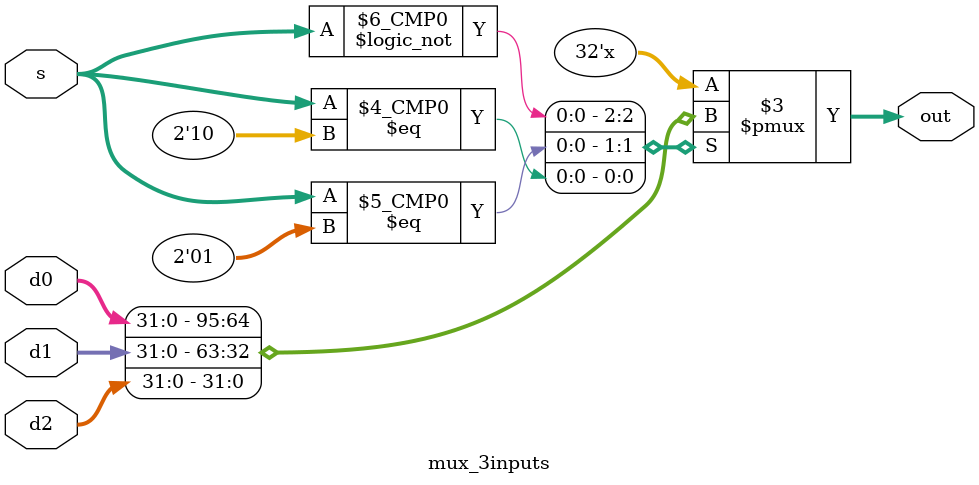
<source format=sv>
module mux_3inputs #(
    parameter DATA_WIDTH = 32
)(
    // interface signals
    input logic   [DATA_WIDTH-1:0]        d0,     
    input logic   [DATA_WIDTH-1:0]        d1,    
    input logic   [DATA_WIDTH-1:0]        d2,
    input logic   [1:0]                   s,      
    output logic  [DATA_WIDTH-1:0]        out     
);

always_comb 
    case(s)
    2'b00:  out = d0;
    2'b01:  out = d1;
    2'b10:  out = d2;
    endcase
endmodule

</source>
